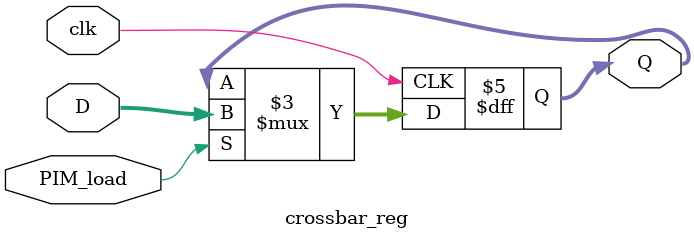
<source format=sv>
`timescale 1ns / 1ps


module crossbar_reg #(parameter N = 10)
(   input       [N-1:0]   D,
    input                 clk,
    input                 PIM_load,
    output reg  [N-1:0]   Q);  
     
 
 always @(posedge clk)
 begin      
          if (PIM_load) 
              begin       
                 Q <=  D; 
              end
          else 
              begin
                 Q <= Q;
              end   
        end      
 endmodule 
</source>
